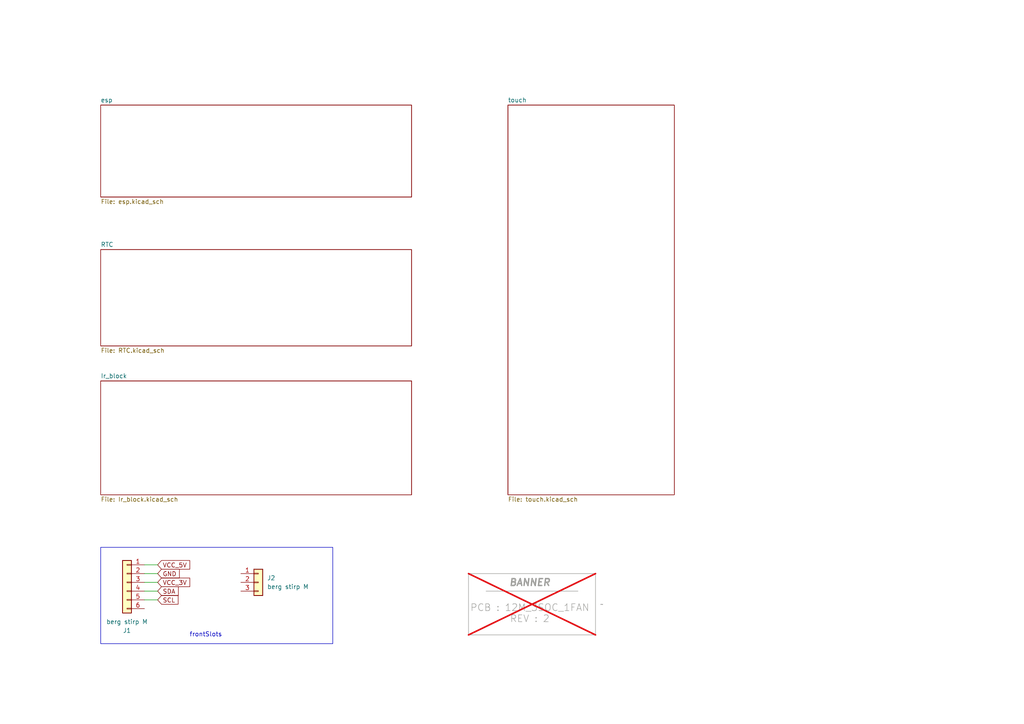
<source format=kicad_sch>
(kicad_sch (version 20250114) (generator "eeschema") (generator_version "9.0")
  (paper "A4")
  (title_block (title "12M_3SOC_1FAN") (date "2025-06-25") (rev "2"))
  (lib_symbols
    (symbol "Connector_Generic:Conn_01x03" (pin_names (offset 1.016) (hide yes))
      (property "Reference" "J" (at 0 5.08 0))
      (property "Value" "Conn_01x03" (at 0 -5.08 0))
      (symbol "Conn_01x03_1_1"
        (rectangle (start -1.27 3.81) (end 1.27 -3.81) (stroke (width 0.254)) (fill (type background)))
        (rectangle (start -1.27 2.667) (end 0 2.413) (stroke (width 0.1524)))
        (rectangle (start -1.27 0.127) (end 0 -0.127) (stroke (width 0.1524)))
        (rectangle (start -1.27 -2.413) (end 0 -2.667) (stroke (width 0.1524)))
        (pin passive line (at -5.08 2.54 0) (length 3.81) (name "Pin_1") (number "1"))
        (pin passive line (at -5.08 0 0) (length 3.81) (name "Pin_2") (number "2"))
        (pin passive line (at -5.08 -2.54 0) (length 3.81) (name "Pin_3") (number "3"))
      )
    )
    (symbol "Connector_Generic:Conn_01x06" (pin_names (offset 1.016) (hide yes))
      (property "Reference" "J" (at 0 7.62 0))
      (property "Value" "Conn_01x06" (at 0 -10.16 0))
      (symbol "Conn_01x06_1_1"
        (rectangle (start -1.27 6.35) (end 1.27 -8.89) (stroke (width 0.254)) (fill (type background)))
        (rectangle (start -1.27 5.207) (end 0 4.953) (stroke (width 0.1524)))
        (rectangle (start -1.27 2.667) (end 0 2.413) (stroke (width 0.1524)))
        (rectangle (start -1.27 0.127) (end 0 -0.127) (stroke (width 0.1524)))
        (rectangle (start -1.27 -2.413) (end 0 -2.667) (stroke (width 0.1524)))
        (rectangle (start -1.27 -4.953) (end 0 -5.207) (stroke (width 0.1524)))
        (rectangle (start -1.27 -7.493) (end 0 -7.747) (stroke (width 0.1524)))
        (pin passive line (at -5.08 5.08 0) (length 3.81) (name "Pin_1") (number "1"))
        (pin passive line (at -5.08 2.54 0) (length 3.81) (name "Pin_2") (number "2"))
        (pin passive line (at -5.08 0 0) (length 3.81) (name "Pin_3") (number "3"))
        (pin passive line (at -5.08 -2.54 0) (length 3.81) (name "Pin_4") (number "4"))
        (pin passive line (at -5.08 -5.08 0) (length 3.81) (name "Pin_5") (number "5"))
        (pin passive line (at -5.08 -7.62 0) (length 3.81) (name "Pin_6") (number "6"))
      )
    )
    (symbol "fevino:banner"
      (symbol "banner_1_1"
        (rectangle (start -6.35 3.81) (end 30.48 -13.97))
        (polyline (pts (xy 25.4 -1.27) (xy -1.27 -1.27)))
        (text "BANNER" (at 11.43 1.27 0) (effects (font (size 2 2) (thickness 0.4) (bold yes) (italic yes))))
        (text "PCB : ${TITLE}\nREV : ${REVISION}" (at 11.43 -7.62 0) (effects (font (size 2 2))))
      )
    )
  )
  (rectangle (start 29.21 158.75) (end 96.52 186.69))
  (text "frontSlots\n" (at 59.69 184.15 0) (effects (font (size 1.27 1.27))))
  (wire (pts (xy 41.91 163.83) (xy 45.72 163.83)))
  (wire (pts (xy 41.91 171.45) (xy 45.72 171.45)))
  (wire (pts (xy 41.91 173.99) (xy 45.72 173.99)))
  (wire (pts (xy 41.91 168.91) (xy 45.72 168.91)))
  (wire (pts (xy 41.91 166.37) (xy 45.72 166.37)))
  (global_label "VCC_3V" (shape input) (at 45.72 168.91 0) (property "Intersheetrefs" "${INTERSHEET_REFS}" (effects (hide yes))))
  (global_label "SDA" (shape input) (at 45.72 171.45 0) (property "Intersheetrefs" "${INTERSHEET_REFS}" (effects (hide yes))))
  (global_label "VCC_5V" (shape input) (at 45.72 163.83 0) (property "Intersheetrefs" "${INTERSHEET_REFS}" (effects (hide yes))))
  (global_label "SCL" (shape input) (at 45.72 173.99 0) (property "Intersheetrefs" "${INTERSHEET_REFS}" (effects (hide yes))))
  (global_label "GND" (shape input) (at 45.72 166.37 0) (property "Intersheetrefs" "${INTERSHEET_REFS}" (effects (hide yes))))
  (symbol (lib_id "fevino:banner") (at 142.24 170.18 0) (unit 1) (dnp yes)
    (property "Reference" "B1" (effects (hide yes)))
    (property "Value" "~" (at 173.99 175.26 0) (effects (justify left)))
    (property "Footprint" "fevino:banner" (effects (hide yes)))
  )
  (symbol (lib_id "Connector_Generic:Conn_01x03") (at 74.93 168.91 0) (unit 1)
    (property "Reference" "J2" (at 77.47 167.6399 0) (effects (justify left)))
    (property "Value" "berg stirp M" (at 77.47 170.1799 0) (effects (justify left)))
    (property "Footprint" "fevino:front_slot_3" (effects (hide yes)))
    (property "Description" "Generic connector, single row, 01x03, script generated (kicad-library-utils/schlib/autogen/connector/)" (effects (hide yes)))
  )
  (symbol (lib_id "Connector_Generic:Conn_01x06") (at 36.83 168.91 0) (mirror y) (unit 1)
    (property "Reference" "J1" (at 36.83 182.88 0))
    (property "Value" "berg stirp M" (at 36.83 180.34 0))
    (property "Footprint" "fevino:front_slot" (effects (hide yes)))
    (property "Description" "Generic connector, single row, 01x06, script generated (kicad-library-utils/schlib/autogen/connector/)" (effects (hide yes)))
  )
  (sheet (at 29.21 110.49) (size 90.17 33.02) (stroke (width 0.1524))
    (property "Sheetname" "Ir_block" (at 29.21 109.7784 0) (effects (justify left bottom)))
    (property "Sheetfile" "Ir_block.kicad_sch" (at 29.21 144.0946 0) (effects (justify left top)))
  )
  (sheet (at 147.32 30.48) (size 48.26 113.03) (stroke (width 0.1524))
    (property "Sheetname" "touch" (at 147.32 29.7684 0) (effects (justify left bottom)))
    (property "Sheetfile" "touch.kicad_sch" (at 147.32 144.0946 0) (effects (justify left top)))
  )
  (sheet (at 29.21 30.48) (size 90.17 26.67) (stroke (width 0.1524))
    (property "Sheetname" "esp" (at 29.21 29.7684 0) (effects (justify left bottom)))
    (property "Sheetfile" "esp.kicad_sch" (at 29.21 57.7346 0) (effects (justify left top)))
  )
  (sheet (at 29.21 72.39) (size 90.17 27.94) (stroke (width 0.1524))
    (property "Sheetname" "RTC" (at 29.21 71.6784 0) (effects (justify left bottom)))
    (property "Sheetfile" "RTC.kicad_sch" (at 29.21 100.9146 0) (effects (justify left top)))
  )
)
</source>
